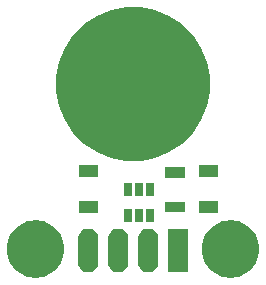
<source format=gts>
G04 #@! TF.GenerationSoftware,KiCad,Pcbnew,5.0.2-bee76a0~70~ubuntu18.04.1*
G04 #@! TF.CreationDate,2019-03-09T17:40:24+01:00*
G04 #@! TF.ProjectId,touchsense7,746f7563-6873-4656-9e73-65372e6b6963,0_1*
G04 #@! TF.SameCoordinates,Original*
G04 #@! TF.FileFunction,Soldermask,Top*
G04 #@! TF.FilePolarity,Negative*
%FSLAX46Y46*%
G04 Gerber Fmt 4.6, Leading zero omitted, Abs format (unit mm)*
G04 Created by KiCad (PCBNEW 5.0.2-bee76a0~70~ubuntu18.04.1) date 2019-03-09T17:40:24 CET*
%MOMM*%
%LPD*%
G01*
G04 APERTURE LIST*
%ADD10C,0.100000*%
G04 APERTURE END LIST*
D10*
G36*
X46687543Y-40773638D02*
X47062347Y-40848191D01*
X47503668Y-41030992D01*
X47900848Y-41296379D01*
X48238621Y-41634152D01*
X48504008Y-42031332D01*
X48686809Y-42472653D01*
X48780000Y-42941158D01*
X48780000Y-43418842D01*
X48686809Y-43887347D01*
X48504008Y-44328668D01*
X48238621Y-44725848D01*
X47900848Y-45063621D01*
X47503668Y-45329008D01*
X47062347Y-45511809D01*
X46687543Y-45586362D01*
X46593843Y-45605000D01*
X46116157Y-45605000D01*
X46022457Y-45586362D01*
X45647653Y-45511809D01*
X45206332Y-45329008D01*
X44809152Y-45063621D01*
X44471379Y-44725848D01*
X44205992Y-44328668D01*
X44023191Y-43887347D01*
X43930000Y-43418842D01*
X43930000Y-42941158D01*
X44023191Y-42472653D01*
X44205992Y-42031332D01*
X44471379Y-41634152D01*
X44809152Y-41296379D01*
X45206332Y-41030992D01*
X45647653Y-40848191D01*
X46022457Y-40773638D01*
X46116157Y-40755000D01*
X46593843Y-40755000D01*
X46687543Y-40773638D01*
X46687543Y-40773638D01*
G37*
G36*
X30177543Y-40773638D02*
X30552347Y-40848191D01*
X30993668Y-41030992D01*
X31390848Y-41296379D01*
X31728621Y-41634152D01*
X31994008Y-42031332D01*
X32176809Y-42472653D01*
X32270000Y-42941158D01*
X32270000Y-43418842D01*
X32176809Y-43887347D01*
X31994008Y-44328668D01*
X31728621Y-44725848D01*
X31390848Y-45063621D01*
X30993668Y-45329008D01*
X30552347Y-45511809D01*
X30177543Y-45586362D01*
X30083843Y-45605000D01*
X29606157Y-45605000D01*
X29512457Y-45586362D01*
X29137653Y-45511809D01*
X28696332Y-45329008D01*
X28299152Y-45063621D01*
X27961379Y-44725848D01*
X27695992Y-44328668D01*
X27513191Y-43887347D01*
X27420000Y-43418842D01*
X27420000Y-42941158D01*
X27513191Y-42472653D01*
X27695992Y-42031332D01*
X27961379Y-41634152D01*
X28299152Y-41296379D01*
X28696332Y-41030992D01*
X29137653Y-40848191D01*
X29512457Y-40773638D01*
X29606157Y-40755000D01*
X30083843Y-40755000D01*
X30177543Y-40773638D01*
X30177543Y-40773638D01*
G37*
G36*
X39412420Y-41465000D02*
X39539295Y-41477496D01*
X39659727Y-41514029D01*
X39702088Y-41526879D01*
X39852112Y-41607068D01*
X39983612Y-41714988D01*
X40091532Y-41846488D01*
X40171721Y-41996512D01*
X40171722Y-41996516D01*
X40221104Y-42159305D01*
X40233600Y-42286180D01*
X40233600Y-44343820D01*
X40221104Y-44470695D01*
X40184571Y-44591127D01*
X40171721Y-44633488D01*
X40091532Y-44783512D01*
X39983612Y-44915012D01*
X39852112Y-45022932D01*
X39702087Y-45103121D01*
X39659726Y-45115971D01*
X39539294Y-45152504D01*
X39370000Y-45169178D01*
X39369999Y-45169178D01*
X39313568Y-45163620D01*
X39200705Y-45152504D01*
X39080273Y-45115971D01*
X39037912Y-45103121D01*
X38887888Y-45022932D01*
X38756388Y-44915012D01*
X38648468Y-44783512D01*
X38568279Y-44633487D01*
X38555429Y-44591126D01*
X38518896Y-44470694D01*
X38506400Y-44343819D01*
X38506401Y-42286180D01*
X38518897Y-42159305D01*
X38568279Y-41996516D01*
X38568280Y-41996512D01*
X38648469Y-41846488D01*
X38756389Y-41714988D01*
X38887889Y-41607068D01*
X39037913Y-41526879D01*
X39080274Y-41514029D01*
X39200706Y-41477496D01*
X39370000Y-41460822D01*
X39370001Y-41460822D01*
X39412420Y-41465000D01*
X39412420Y-41465000D01*
G37*
G36*
X36872420Y-41465000D02*
X36999295Y-41477496D01*
X37119727Y-41514029D01*
X37162088Y-41526879D01*
X37312112Y-41607068D01*
X37443612Y-41714988D01*
X37551532Y-41846488D01*
X37631721Y-41996512D01*
X37631722Y-41996516D01*
X37681104Y-42159305D01*
X37693600Y-42286180D01*
X37693600Y-44343820D01*
X37681104Y-44470695D01*
X37644571Y-44591127D01*
X37631721Y-44633488D01*
X37551532Y-44783512D01*
X37443612Y-44915012D01*
X37312112Y-45022932D01*
X37162087Y-45103121D01*
X37119726Y-45115971D01*
X36999294Y-45152504D01*
X36830000Y-45169178D01*
X36829999Y-45169178D01*
X36773568Y-45163620D01*
X36660705Y-45152504D01*
X36540273Y-45115971D01*
X36497912Y-45103121D01*
X36347888Y-45022932D01*
X36216388Y-44915012D01*
X36108468Y-44783512D01*
X36028279Y-44633487D01*
X36015429Y-44591126D01*
X35978896Y-44470694D01*
X35966400Y-44343819D01*
X35966401Y-42286180D01*
X35978897Y-42159305D01*
X36028279Y-41996516D01*
X36028280Y-41996512D01*
X36108469Y-41846488D01*
X36216389Y-41714988D01*
X36347889Y-41607068D01*
X36497913Y-41526879D01*
X36540274Y-41514029D01*
X36660706Y-41477496D01*
X36830000Y-41460822D01*
X36830001Y-41460822D01*
X36872420Y-41465000D01*
X36872420Y-41465000D01*
G37*
G36*
X34332420Y-41465000D02*
X34459295Y-41477496D01*
X34579727Y-41514029D01*
X34622088Y-41526879D01*
X34772112Y-41607068D01*
X34903612Y-41714988D01*
X35011532Y-41846488D01*
X35091721Y-41996512D01*
X35091722Y-41996516D01*
X35141104Y-42159305D01*
X35153600Y-42286180D01*
X35153600Y-44343820D01*
X35141104Y-44470695D01*
X35104571Y-44591127D01*
X35091721Y-44633488D01*
X35011532Y-44783512D01*
X34903612Y-44915012D01*
X34772112Y-45022932D01*
X34622087Y-45103121D01*
X34579726Y-45115971D01*
X34459294Y-45152504D01*
X34290000Y-45169178D01*
X34289999Y-45169178D01*
X34233568Y-45163620D01*
X34120705Y-45152504D01*
X34000273Y-45115971D01*
X33957912Y-45103121D01*
X33807888Y-45022932D01*
X33676388Y-44915012D01*
X33568468Y-44783512D01*
X33488279Y-44633487D01*
X33475429Y-44591126D01*
X33438896Y-44470694D01*
X33426400Y-44343819D01*
X33426401Y-42286180D01*
X33438897Y-42159305D01*
X33488279Y-41996516D01*
X33488280Y-41996512D01*
X33568469Y-41846488D01*
X33676389Y-41714988D01*
X33807889Y-41607068D01*
X33957913Y-41526879D01*
X34000274Y-41514029D01*
X34120706Y-41477496D01*
X34290000Y-41460822D01*
X34290001Y-41460822D01*
X34332420Y-41465000D01*
X34332420Y-41465000D01*
G37*
G36*
X42773600Y-45165000D02*
X41046400Y-45165000D01*
X41046400Y-41465000D01*
X42773600Y-41465000D01*
X42773600Y-45165000D01*
X42773600Y-45165000D01*
G37*
G36*
X39883000Y-40873000D02*
X39233000Y-40873000D01*
X39233000Y-39813000D01*
X39883000Y-39813000D01*
X39883000Y-40873000D01*
X39883000Y-40873000D01*
G37*
G36*
X38933000Y-40873000D02*
X38283000Y-40873000D01*
X38283000Y-39813000D01*
X38933000Y-39813000D01*
X38933000Y-40873000D01*
X38933000Y-40873000D01*
G37*
G36*
X37983000Y-40873000D02*
X37333000Y-40873000D01*
X37333000Y-39813000D01*
X37983000Y-39813000D01*
X37983000Y-40873000D01*
X37983000Y-40873000D01*
G37*
G36*
X45313500Y-40100000D02*
X43713500Y-40100000D01*
X43713500Y-39100000D01*
X45313500Y-39100000D01*
X45313500Y-40100000D01*
X45313500Y-40100000D01*
G37*
G36*
X35090000Y-40100000D02*
X33490000Y-40100000D01*
X33490000Y-39100000D01*
X35090000Y-39100000D01*
X35090000Y-40100000D01*
X35090000Y-40100000D01*
G37*
G36*
X42506000Y-40063500D02*
X40806000Y-40063500D01*
X40806000Y-39163500D01*
X42506000Y-39163500D01*
X42506000Y-40063500D01*
X42506000Y-40063500D01*
G37*
G36*
X37983000Y-38673000D02*
X37333000Y-38673000D01*
X37333000Y-37613000D01*
X37983000Y-37613000D01*
X37983000Y-38673000D01*
X37983000Y-38673000D01*
G37*
G36*
X38933000Y-38673000D02*
X38283000Y-38673000D01*
X38283000Y-37613000D01*
X38933000Y-37613000D01*
X38933000Y-38673000D01*
X38933000Y-38673000D01*
G37*
G36*
X39883000Y-38673000D02*
X39233000Y-38673000D01*
X39233000Y-37613000D01*
X39883000Y-37613000D01*
X39883000Y-38673000D01*
X39883000Y-38673000D01*
G37*
G36*
X42506000Y-37163500D02*
X40806000Y-37163500D01*
X40806000Y-36263500D01*
X42506000Y-36263500D01*
X42506000Y-37163500D01*
X42506000Y-37163500D01*
G37*
G36*
X45313500Y-37100000D02*
X43713500Y-37100000D01*
X43713500Y-36100000D01*
X45313500Y-36100000D01*
X45313500Y-37100000D01*
X45313500Y-37100000D01*
G37*
G36*
X35090000Y-37100000D02*
X33490000Y-37100000D01*
X33490000Y-36100000D01*
X35090000Y-36100000D01*
X35090000Y-37100000D01*
X35090000Y-37100000D01*
G37*
G36*
X39577385Y-22876527D02*
X39995980Y-22959791D01*
X41178905Y-23449774D01*
X42239910Y-24158715D01*
X42243512Y-24161122D01*
X43148878Y-25066488D01*
X43148880Y-25066491D01*
X43860226Y-26131095D01*
X44350209Y-27314020D01*
X44600000Y-28569806D01*
X44600000Y-29850194D01*
X44350209Y-31105980D01*
X43860226Y-32288905D01*
X43151285Y-33349910D01*
X43148878Y-33353512D01*
X42243512Y-34258878D01*
X42243509Y-34258880D01*
X41178905Y-34970226D01*
X39995980Y-35460209D01*
X39577385Y-35543473D01*
X38740196Y-35710000D01*
X37459804Y-35710000D01*
X36622615Y-35543473D01*
X36204020Y-35460209D01*
X35021095Y-34970226D01*
X33956491Y-34258880D01*
X33956488Y-34258878D01*
X33051122Y-33353512D01*
X33048715Y-33349910D01*
X32339774Y-32288905D01*
X31849791Y-31105980D01*
X31600000Y-29850194D01*
X31600000Y-28569806D01*
X31849791Y-27314020D01*
X32339774Y-26131095D01*
X33051120Y-25066491D01*
X33051122Y-25066488D01*
X33956488Y-24161122D01*
X33960090Y-24158715D01*
X35021095Y-23449774D01*
X36204020Y-22959791D01*
X36622615Y-22876527D01*
X37459804Y-22710000D01*
X38740196Y-22710000D01*
X39577385Y-22876527D01*
X39577385Y-22876527D01*
G37*
M02*

</source>
